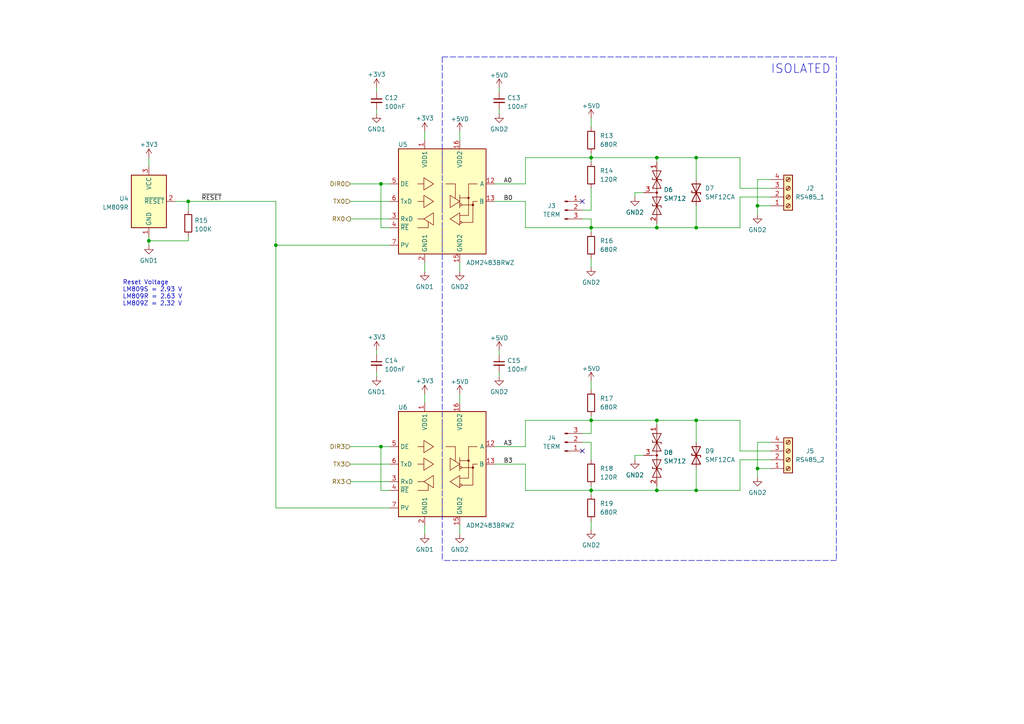
<source format=kicad_sch>
(kicad_sch (version 20211123) (generator eeschema)
  (paper "A4")
  (title_block (title "CH344 Isolated Serial Adapter") (date "2022-10-29") (rev "1") (company "Sleepy Pony Labs"))
  (lib_symbols
    (symbol "Connector:Conn_01x03_Male" (pin_names (offset 1.016) hide)
      (property "Reference" "J" (at 0 5.08 0))
      (property "Value" "Conn_01x03_Male" (at 0 -5.08 0))
      (symbol "Conn_01x03_Male_1_1"
        (polyline (pts (xy 1.27 -2.54) (xy 0.8636 -2.54)) (stroke (width 0.1524)))
        (polyline (pts (xy 1.27 0) (xy 0.8636 0)) (stroke (width 0.1524)))
        (polyline (pts (xy 1.27 2.54) (xy 0.8636 2.54)) (stroke (width 0.1524)))
        (rectangle (start 0.8636 -2.413) (end 0 -2.667) (stroke (width 0.1524)) (fill (type outline)))
        (rectangle (start 0.8636 0.127) (end 0 -0.127) (stroke (width 0.1524)) (fill (type outline)))
        (rectangle (start 0.8636 2.667) (end 0 2.413) (stroke (width 0.1524)) (fill (type outline)))
        (pin passive line (at 5.08 2.54 180) (length 3.81) (name "Pin_1") (number "1"))
        (pin passive line (at 5.08 0 180) (length 3.81) (name "Pin_2") (number "2"))
        (pin passive line (at 5.08 -2.54 180) (length 3.81) (name "Pin_3") (number "3"))
      )
    )
    (symbol "Connector:Screw_Terminal_01x04" (pin_names (offset 1.016) hide)
      (property "Reference" "J" (at 0 5.08 0))
      (property "Value" "Screw_Terminal_01x04" (at 0 -7.62 0))
      (symbol "Screw_Terminal_01x04_1_1"
        (rectangle (start -1.27 3.81) (end 1.27 -6.35) (stroke (width 0.254)) (fill (type background)))
        (circle (center 0 -5.08) (radius 0.635) (stroke (width 0.1524)))
        (circle (center 0 -2.54) (radius 0.635) (stroke (width 0.1524)))
        (polyline (pts (xy -0.5334 -4.7498) (xy 0.3302 -5.588)) (stroke (width 0.1524)))
        (polyline (pts (xy -0.5334 -2.2098) (xy 0.3302 -3.048)) (stroke (width 0.1524)))
        (polyline (pts (xy -0.5334 0.3302) (xy 0.3302 -0.508)) (stroke (width 0.1524)))
        (polyline (pts (xy -0.5334 2.8702) (xy 0.3302 2.032)) (stroke (width 0.1524)))
        (polyline (pts (xy -0.3556 -4.572) (xy 0.508 -5.4102)) (stroke (width 0.1524)))
        (polyline (pts (xy -0.3556 -2.032) (xy 0.508 -2.8702)) (stroke (width 0.1524)))
        (polyline (pts (xy -0.3556 0.508) (xy 0.508 -0.3302)) (stroke (width 0.1524)))
        (polyline (pts (xy -0.3556 3.048) (xy 0.508 2.2098)) (stroke (width 0.1524)))
        (circle (center 0 0) (radius 0.635) (stroke (width 0.1524)))
        (circle (center 0 2.54) (radius 0.635) (stroke (width 0.1524)))
        (pin passive line (at -5.08 2.54 0) (length 3.81) (name "Pin_1") (number "1"))
        (pin passive line (at -5.08 0 0) (length 3.81) (name "Pin_2") (number "2"))
        (pin passive line (at -5.08 -2.54 0) (length 3.81) (name "Pin_3") (number "3"))
        (pin passive line (at -5.08 -5.08 0) (length 3.81) (name "Pin_4") (number "4"))
      )
    )
    (symbol "Device:C_Small" (pin_numbers hide) (pin_names (offset 0.254) hide)
      (property "Reference" "C" (at 0.254 1.778 0))
      (property "Value" "C_Small" (at 0.254 -2.032 0))
      (symbol "C_Small_0_1"
        (polyline (pts (xy -1.524 -0.508) (xy 1.524 -0.508)) (stroke (width 0.3302)))
        (polyline (pts (xy -1.524 0.508) (xy 1.524 0.508)) (stroke (width 0.3048)))
      )
      (symbol "C_Small_1_1"
        (pin passive line (at 0 2.54 270) (length 2.032) (name "~") (number "1"))
        (pin passive line (at 0 -2.54 90) (length 2.032) (name "~") (number "2"))
      )
    )
    (symbol "Device:D_TVS" (pin_numbers hide) (pin_names (offset 1.016) hide)
      (property "Reference" "D" (at 0 2.54 0))
      (property "Value" "D_TVS" (at 0 -2.54 0))
      (symbol "D_TVS_0_1"
        (polyline (pts (xy 1.27 0) (xy -1.27 0)))
        (polyline (pts (xy 0.508 1.27) (xy 0 1.27) (xy 0 -1.27) (xy -0.508 -1.27)) (stroke (width 0.254)))
        (polyline (pts (xy -2.54 1.27) (xy -2.54 -1.27) (xy 2.54 1.27) (xy 2.54 -1.27) (xy -2.54 1.27)) (stroke (width 0.254)))
      )
      (symbol "D_TVS_1_1"
        (pin passive line (at -3.81 0 0) (length 2.54) (name "A1") (number "1"))
        (pin passive line (at 3.81 0 180) (length 2.54) (name "A2") (number "2"))
      )
    )
    (symbol "Device:R" (pin_numbers hide) (pin_names (offset 0))
      (property "Reference" "R" (at 2.032 0 90))
      (property "Value" "R" (at 0 0 90))
      (symbol "R_0_1"
        (rectangle (start -1.016 -2.54) (end 1.016 2.54) (stroke (width 0.254)))
      )
      (symbol "R_1_1"
        (pin passive line (at 0 3.81 270) (length 1.27) (name "~") (number "1"))
        (pin passive line (at 0 -3.81 90) (length 1.27) (name "~") (number "2"))
      )
    )
    (symbol "Diode:SM712_SOT23" (pin_names (offset 1.016) hide)
      (property "Reference" "D" (at 0 4.445 0))
      (property "Value" "SM712_SOT23" (at 0 2.54 0))
      (symbol "SM712_SOT23_0_0"
        (polyline (pts (xy 0 -1.27) (xy 0 0)))
      )
      (symbol "SM712_SOT23_0_1"
        (polyline (pts (xy -6.35 0) (xy 6.35 0)))
        (polyline (pts (xy -3.302 1.27) (xy -3.81 1.27) (xy -3.81 -1.27) (xy -4.318 -1.27)) (stroke (width 0.2032)))
        (polyline (pts (xy 4.318 1.27) (xy 3.81 1.27) (xy 3.81 -1.27) (xy 3.302 -1.27)) (stroke (width 0.2032)))
        (polyline (pts (xy -6.35 -1.27) (xy -1.27 1.27) (xy -1.27 -1.27) (xy -6.35 1.27) (xy -6.35 -1.27)) (stroke (width 0.2032)))
        (polyline (pts (xy 1.27 -1.27) (xy 1.27 1.27) (xy 6.35 -1.27) (xy 6.35 1.27) (xy 1.27 -1.27)) (stroke (width 0.2032)))
        (circle (center 0 0) (radius 0.254) (fill (type outline)))
      )
      (symbol "SM712_SOT23_1_1"
        (pin passive line (at -8.89 0 0) (length 2.54) (name "A1") (number "1"))
        (pin passive line (at 8.89 0 180) (length 2.54) (name "A2") (number "2"))
        (pin input line (at 0 -3.81 90) (length 2.54) (name "common") (number "3"))
      )
    )
    (symbol "Interface_UART:ADM2483xRW"
      (property "Reference" "U" (at -12.7 16.51 0))
      (property "Value" "ADM2483xRW" (at 6.35 16.51 0))
      (symbol "ADM2483xRW_0_0"
        (polyline (pts (xy 0 -13.589) (xy 0 -14.859)))
        (polyline (pts (xy 0 -11.684) (xy 0 -12.954)))
        (polyline (pts (xy 0 -9.779) (xy 0 -11.049)))
        (polyline (pts (xy 0 -7.874) (xy 0 -9.144)))
        (polyline (pts (xy 0 -5.969) (xy 0 -7.239)))
        (polyline (pts (xy 0 -4.064) (xy 0 -5.334)))
        (polyline (pts (xy 0 -2.159) (xy 0 -3.429)))
        (polyline (pts (xy 0 -0.254) (xy 0 -1.524)))
        (polyline (pts (xy 0 1.651) (xy 0 0.381)))
        (polyline (pts (xy 0 3.556) (xy 0 2.286)))
        (polyline (pts (xy 0 5.461) (xy 0 4.191)))
        (polyline (pts (xy 0 7.366) (xy 0 6.096)))
        (polyline (pts (xy 0 9.271) (xy 0 8.001)))
        (polyline (pts (xy 0 11.176) (xy 0 9.906)))
        (polyline (pts (xy 0 13.081) (xy 0 11.811)))
        (polyline (pts (xy 0 14.986) (xy 0 13.716)))
      )
      (symbol "ADM2483xRW_0_1"
        (rectangle (start -12.7 15.24) (end 12.7 -15.24) (stroke (width 0.254)) (fill (type background)))
        (polyline (pts (xy -5.334 -5.08) (xy -7.112 -5.08)))
        (polyline (pts (xy -5.334 0) (xy -7.112 0)))
        (polyline (pts (xy -5.334 5.08) (xy -7.112 5.08)))
        (polyline (pts (xy 5.08 1.016) (xy 7.62 1.016)))
        (polyline (pts (xy 5.08 1.905) (xy 5.08 -1.905)))
        (polyline (pts (xy 5.715 -1.016) (xy 8.89 -1.016)))
        (polyline (pts (xy -7.112 -7.62) (xy -4.064 -7.62) (xy -4.064 -5.969)))
        (polyline (pts (xy 1.016 5.08) (xy 3.81 5.08) (xy 3.81 0.889)))
        (polyline (pts (xy -5.334 -5.08) (xy -2.54 -3.302) (xy -2.54 -6.858) (xy -5.334 -5.08)))
        (polyline (pts (xy -2.54 0) (xy -5.334 1.778) (xy -5.334 -1.778) (xy -2.54 0)))
        (polyline (pts (xy -2.54 5.08) (xy -5.334 6.858) (xy -5.334 3.302) (xy -2.54 5.08)))
        (polyline (pts (xy 2.286 -5.08) (xy 5.08 -3.302) (xy 5.08 -6.858) (xy 2.286 -5.08)))
        (polyline (pts (xy 5.08 -4.064) (xy 7.62 -4.064) (xy 7.62 5.08) (xy 10.16 5.08)))
        (polyline (pts (xy 5.08 0) (xy 2.286 1.778) (xy 2.286 -1.778) (xy 5.08 0)))
        (polyline (pts (xy 5.715 -6.096) (xy 8.89 -6.096) (xy 8.89 0) (xy 10.16 0)))
        (circle (center 5.3848 -6.0706) (radius 0.3048))
        (circle (center 5.3848 -0.9906) (radius 0.3048))
        (circle (center 7.62 1.016) (radius 0.254) (fill (type outline)))
        (circle (center 8.89 -1.016) (radius 0.254) (fill (type outline)))
      )
      (symbol "ADM2483xRW_1_1"
        (pin power_in line (at -5.08 17.78 270) (length 2.54) (name "VDD1") (number "1"))
        (pin no_connect line (at 7.62 -15.24 90) (length 2.54) hide (name "NC") (number "10"))
        (pin no_connect line (at 12.7 -7.62 180) (length 2.54) hide (name "NC") (number "11"))
        (pin bidirectional line (at 15.24 5.08 180) (length 2.54) (name "A") (number "12"))
        (pin bidirectional line (at 15.24 0 180) (length 2.54) (name "B") (number "13"))
        (pin no_connect line (at 12.7 7.62 180) (length 2.54) hide (name "NC") (number "14"))
        (pin power_in line (at 5.08 -17.78 90) (length 2.54) (name "GND2") (number "15"))
        (pin power_in line (at 5.08 17.78 270) (length 2.54) (name "VDD2") (number "16"))
        (pin power_in line (at -5.08 -17.78 90) (length 2.54) (name "GND1") (number "2"))
        (pin output line (at -15.24 -5.08 0) (length 2.54) (name "RxD") (number "3"))
        (pin input line (at -15.24 -7.62 0) (length 2.54) (name "~{RE}") (number "4"))
        (pin input line (at -15.24 5.08 0) (length 2.54) (name "DE") (number "5"))
        (pin input line (at -15.24 0 0) (length 2.54) (name "TxD") (number "6"))
        (pin input line (at -15.24 -12.7 0) (length 2.54) (name "PV") (number "7"))
        (pin passive line (at -5.08 -17.78 90) (length 2.54) hide (name "GND1") (number "8"))
        (pin passive line (at 5.08 -17.78 90) (length 2.54) hide (name "GND2") (number "9"))
      )
    )
    (symbol "Power_Supervisor:LM809"
      (property "Reference" "U" (at 2.54 12.7 0))
      (property "Value" "LM809" (at 5.08 10.16 0))
      (symbol "LM809_0_1"
        (rectangle (start 5.08 7.62) (end -5.08 -7.62) (stroke (width 0.254)) (fill (type background)))
      )
      (symbol "LM809_1_1"
        (pin power_in line (at 0 -10.16 90) (length 2.54) (name "GND") (number "1"))
        (pin output line (at 7.62 0 180) (length 2.54) (name "~{RESET}") (number "2"))
        (pin power_in line (at 0 10.16 270) (length 2.54) (name "VCC") (number "3"))
      )
    )
    (symbol "power:+3V3" (power) (pin_names (offset 0))
      (property "Value" "+3V3" (at 0 3.556 0))
      (symbol "+3V3_0_1"
        (polyline (pts (xy -0.762 1.27) (xy 0 2.54)))
        (polyline (pts (xy 0 0) (xy 0 2.54)))
        (polyline (pts (xy 0 2.54) (xy 0.762 1.27)))
      )
      (symbol "+3V3_1_1"
        (pin power_in line (at 0 0 90) (length 0) hide (name "+3V3") (number "1"))
      )
    )
    (symbol "power:+5VD" (power) (pin_names (offset 0))
      (property "Value" "+5VD" (at 0 3.556 0))
      (symbol "+5VD_0_1"
        (polyline (pts (xy -0.762 1.27) (xy 0 2.54)))
        (polyline (pts (xy 0 0) (xy 0 2.54)))
        (polyline (pts (xy 0 2.54) (xy 0.762 1.27)))
      )
      (symbol "+5VD_1_1"
        (pin power_in line (at 0 0 90) (length 0) hide (name "+5VD") (number "1"))
      )
    )
    (symbol "power:GND1" (power) (pin_names (offset 0))
      (property "Value" "GND1" (at 0 -3.81 0))
      (symbol "GND1_0_1"
        (polyline (pts (xy 0 0) (xy 0 -1.27) (xy 1.27 -1.27) (xy 0 -2.54) (xy -1.27 -1.27) (xy 0 -1.27)))
      )
      (symbol "GND1_1_1"
        (pin power_in line (at 0 0 270) (length 0) hide (name "GND1") (number "1"))
      )
    )
    (symbol "power:GND2" (power) (pin_names (offset 0))
      (property "Value" "GND2" (at 0 -3.81 0))
      (symbol "GND2_0_1"
        (polyline (pts (xy 0 0) (xy 0 -1.27) (xy 1.27 -1.27) (xy 0 -2.54) (xy -1.27 -1.27) (xy 0 -1.27)))
      )
      (symbol "GND2_1_1"
        (pin power_in line (at 0 0 270) (length 0) hide (name "GND2") (number "1"))
      )
    )
  )
  (junction (at 201.93 121.92))
  (junction (at 201.93 142.24))
  (junction (at 110.49 53.34))
  (junction (at 171.45 121.92))
  (junction (at 190.5 121.92))
  (junction (at 43.18 69.85))
  (junction (at 171.45 45.72))
  (junction (at 110.49 129.54))
  (junction (at 219.71 135.89))
  (junction (at 201.93 66.04))
  (junction (at 201.93 45.72))
  (junction (at 190.5 45.72))
  (junction (at 190.5 142.24))
  (junction (at 219.71 59.69))
  (junction (at 190.5 66.04))
  (junction (at 80.01 71.12))
  (junction (at 54.61 58.42))
  (junction (at 171.45 66.04))
  (junction (at 171.45 142.24))
  (no_connect (at 168.91 130.81))
  (no_connect (at 168.91 58.42))
  (wire (pts (xy 171.45 60.96) (xy 171.45 54.61)))
  (wire (pts (xy 201.93 142.24) (xy 201.93 135.89)))
  (wire (pts (xy 144.78 31.75) (xy 144.78 33.02)))
  (wire (pts (xy 201.93 121.92) (xy 201.93 128.27)))
  (wire (pts (xy 152.4 142.24) (xy 171.45 142.24)))
  (wire (pts (xy 214.63 45.72) (xy 214.63 54.61)))
  (wire (pts (xy 171.45 63.5) (xy 171.45 66.04)))
  (wire (pts (xy 152.4 121.92) (xy 152.4 129.54)))
  (wire (pts (xy 43.18 69.85) (xy 43.18 71.12)))
  (wire (pts (xy 80.01 58.42) (xy 80.01 71.12)))
  (wire (pts (xy 168.91 128.27) (xy 171.45 128.27)))
  (wire (pts (xy 214.63 121.92) (xy 214.63 130.81)))
  (wire (pts (xy 201.93 66.04) (xy 201.93 59.69)))
  (wire (pts (xy 190.5 45.72) (xy 190.5 46.99)))
  (wire (pts (xy 109.22 25.4) (xy 109.22 26.67)))
  (wire (pts (xy 201.93 66.04) (xy 214.63 66.04)))
  (wire (pts (xy 101.6 139.7) (xy 113.03 139.7)))
  (wire (pts (xy 50.8 58.42) (xy 54.61 58.42)))
  (wire (pts (xy 171.45 125.73) (xy 171.45 121.92)))
  (wire (pts (xy 123.19 38.1) (xy 123.19 40.64)))
  (wire (pts (xy 80.01 71.12) (xy 80.01 147.32)))
  (wire (pts (xy 219.71 52.07) (xy 223.52 52.07)))
  (wire (pts (xy 171.45 74.93) (xy 171.45 77.47)))
  (wire (pts (xy 201.93 121.92) (xy 214.63 121.92)))
  (wire (pts (xy 190.5 142.24) (xy 201.93 142.24)))
  (wire (pts (xy 43.18 68.58) (xy 43.18 69.85)))
  (wire (pts (xy 171.45 142.24) (xy 190.5 142.24)))
  (wire (pts (xy 43.18 69.85) (xy 54.61 69.85)))
  (wire (pts (xy 109.22 31.75) (xy 109.22 33.02)))
  (wire (pts (xy 171.45 66.04) (xy 190.5 66.04)))
  (wire (pts (xy 223.52 59.69) (xy 219.71 59.69)))
  (wire (pts (xy 201.93 142.24) (xy 214.63 142.24)))
  (wire (pts (xy 219.71 135.89) (xy 219.71 138.43)))
  (wire (pts (xy 143.51 134.62) (xy 152.4 134.62)))
  (wire (pts (xy 123.19 76.2) (xy 123.19 78.74)))
  (wire (pts (xy 143.51 58.42) (xy 152.4 58.42)))
  (wire (pts (xy 184.15 55.88) (xy 184.15 57.15)))
  (wire (pts (xy 109.22 101.6) (xy 109.22 102.87)))
  (wire (pts (xy 214.63 54.61) (xy 223.52 54.61)))
  (wire (pts (xy 171.45 140.97) (xy 171.45 142.24)))
  (wire (pts (xy 143.51 53.34) (xy 152.4 53.34)))
  (wire (pts (xy 219.71 52.07) (xy 219.71 59.69)))
  (wire (pts (xy 113.03 129.54) (xy 110.49 129.54)))
  (wire (pts (xy 110.49 142.24) (xy 113.03 142.24)))
  (wire (pts (xy 80.01 71.12) (xy 113.03 71.12)))
  (wire (pts (xy 219.71 128.27) (xy 219.71 135.89)))
  (wire (pts (xy 143.51 129.54) (xy 152.4 129.54)))
  (wire (pts (xy 171.45 110.49) (xy 171.45 113.03)))
  (wire (pts (xy 152.4 121.92) (xy 171.45 121.92)))
  (wire (pts (xy 190.5 66.04) (xy 201.93 66.04)))
  (wire (pts (xy 171.45 66.04) (xy 171.45 67.31)))
  (wire (pts (xy 101.6 63.5) (xy 113.03 63.5)))
  (wire (pts (xy 171.45 151.13) (xy 171.45 153.67)))
  (wire (pts (xy 101.6 134.62) (xy 113.03 134.62)))
  (wire (pts (xy 201.93 45.72) (xy 201.93 52.07)))
  (polyline (pts (xy 128.27 16.51) (xy 128.27 162.56)))
  (wire (pts (xy 190.5 142.24) (xy 190.5 140.97)))
  (wire (pts (xy 80.01 147.32) (xy 113.03 147.32)))
  (wire (pts (xy 110.49 129.54) (xy 110.49 142.24)))
  (polyline (pts (xy 242.57 162.56) (xy 128.27 162.56)))
  (wire (pts (xy 110.49 66.04) (xy 113.03 66.04)))
  (wire (pts (xy 101.6 129.54) (xy 110.49 129.54)))
  (wire (pts (xy 152.4 58.42) (xy 152.4 66.04)))
  (wire (pts (xy 171.45 121.92) (xy 190.5 121.92)))
  (wire (pts (xy 110.49 53.34) (xy 110.49 66.04)))
  (wire (pts (xy 144.78 25.4) (xy 144.78 26.67)))
  (polyline (pts (xy 242.57 16.51) (xy 242.57 162.56)))
  (wire (pts (xy 214.63 133.35) (xy 223.52 133.35)))
  (wire (pts (xy 144.78 101.6) (xy 144.78 102.87)))
  (wire (pts (xy 133.35 152.4) (xy 133.35 154.94)))
  (wire (pts (xy 171.45 45.72) (xy 190.5 45.72)))
  (wire (pts (xy 171.45 120.65) (xy 171.45 121.92)))
  (wire (pts (xy 133.35 38.1) (xy 133.35 40.64)))
  (wire (pts (xy 168.91 125.73) (xy 171.45 125.73)))
  (wire (pts (xy 152.4 45.72) (xy 152.4 53.34)))
  (wire (pts (xy 190.5 66.04) (xy 190.5 64.77)))
  (wire (pts (xy 113.03 53.34) (xy 110.49 53.34)))
  (wire (pts (xy 214.63 66.04) (xy 214.63 57.15)))
  (wire (pts (xy 123.19 114.3) (xy 123.19 116.84)))
  (wire (pts (xy 101.6 58.42) (xy 113.03 58.42)))
  (wire (pts (xy 168.91 60.96) (xy 171.45 60.96)))
  (wire (pts (xy 190.5 45.72) (xy 201.93 45.72)))
  (wire (pts (xy 133.35 114.3) (xy 133.35 116.84)))
  (wire (pts (xy 171.45 34.29) (xy 171.45 36.83)))
  (wire (pts (xy 171.45 45.72) (xy 171.45 46.99)))
  (wire (pts (xy 168.91 63.5) (xy 171.45 63.5)))
  (wire (pts (xy 171.45 44.45) (xy 171.45 45.72)))
  (wire (pts (xy 186.69 132.08) (xy 184.15 132.08)))
  (wire (pts (xy 201.93 45.72) (xy 214.63 45.72)))
  (wire (pts (xy 184.15 132.08) (xy 184.15 133.35)))
  (wire (pts (xy 171.45 128.27) (xy 171.45 133.35)))
  (wire (pts (xy 152.4 134.62) (xy 152.4 142.24)))
  (wire (pts (xy 144.78 107.95) (xy 144.78 109.22)))
  (wire (pts (xy 101.6 53.34) (xy 110.49 53.34)))
  (wire (pts (xy 190.5 121.92) (xy 190.5 123.19)))
  (wire (pts (xy 214.63 57.15) (xy 223.52 57.15)))
  (wire (pts (xy 133.35 76.2) (xy 133.35 78.74)))
  (polyline (pts (xy 128.27 16.51) (xy 242.57 16.51)))
  (wire (pts (xy 190.5 121.92) (xy 201.93 121.92)))
  (wire (pts (xy 54.61 58.42) (xy 80.01 58.42)))
  (wire (pts (xy 214.63 142.24) (xy 214.63 133.35)))
  (wire (pts (xy 54.61 69.85) (xy 54.61 68.58)))
  (wire (pts (xy 54.61 58.42) (xy 54.61 60.96)))
  (wire (pts (xy 152.4 45.72) (xy 171.45 45.72)))
  (wire (pts (xy 109.22 107.95) (xy 109.22 109.22)))
  (wire (pts (xy 223.52 135.89) (xy 219.71 135.89)))
  (wire (pts (xy 152.4 66.04) (xy 171.45 66.04)))
  (wire (pts (xy 219.71 59.69) (xy 219.71 62.23)))
  (wire (pts (xy 219.71 128.27) (xy 223.52 128.27)))
  (wire (pts (xy 123.19 152.4) (xy 123.19 154.94)))
  (wire (pts (xy 171.45 142.24) (xy 171.45 143.51)))
  (wire (pts (xy 186.69 55.88) (xy 184.15 55.88)))
  (wire (pts (xy 43.18 45.72) (xy 43.18 48.26)))
  (wire (pts (xy 214.63 130.81) (xy 223.52 130.81)))
  (text "ISOLATED" (at 223.52 21.59 0) (effects (font (size 2.54 2.54)) (justify left bottom)))
  (text "Reset Voltage\nLM809S = 2.93 V\nLM809R = 2.63 V\nLM809Z = 2.32 V" (at 35.56 88.9 0) (effects (font (size 1.27 1.27)) (justify left bottom)))
  (label "~{RESET}" (at 58.42 58.42 0))
  (label "B0" (at 146.05 58.42 0))
  (label "A3" (at 146.05 129.54 0))
  (label "B3" (at 146.05 134.62 0))
  (label "A0" (at 146.05 53.34 0))
  (hierarchical_label "RX0" (shape output) (at 101.6 63.5 180))
  (hierarchical_label "DIR0" (shape input) (at 101.6 53.34 180))
  (hierarchical_label "TX3" (shape input) (at 101.6 134.62 180))
  (hierarchical_label "RX3" (shape output) (at 101.6 139.7 180))
  (hierarchical_label "TX0" (shape input) (at 101.6 58.42 180))
  (hierarchical_label "DIR3" (shape input) (at 101.6 129.54 180))
  (symbol (lib_id "power:GND2") (at 184.15 133.35 0) (unit 1)
    (property "Reference" "#PWR062" (effects hide))
    (property "Value" "GND2" (at 184.15 137.7934 0))
  )
  (symbol (lib_id "Device:R") (at 171.45 50.8 0) (unit 1)
    (property "Reference" "R14" (at 173.99 49.5299 0) (effects (justify left)))
    (property "Value" "120R" (at 173.99 52.0699 0) (effects (justify left)))
    (property "Footprint" "Resistor_SMD:R_0603_1608Metric" (effects hide))
  )
  (symbol (lib_id "Device:D_TVS") (at 201.93 55.88 90) (unit 1)
    (property "Reference" "D7" (at 204.47 54.6099 90) (effects (justify right)))
    (property "Value" "SMF12CA" (at 204.47 57.1499 90) (effects (justify right)))
    (property "Footprint" "Diode_SMD:D_SOD-123F" (effects hide))
  )
  (symbol (lib_id "Device:R") (at 54.61 64.77 0) (unit 1)
    (property "Reference" "R15" (at 56.388 63.9353 0) (effects (justify left)))
    (property "Value" "100K" (at 56.388 66.4722 0) (effects (justify left)))
    (property "Footprint" "Resistor_SMD:R_0603_1608Metric" (effects hide))
  )
  (symbol (lib_id "Connector:Conn_01x03_Male") (at 163.83 128.27 0) (mirror x) (unit 1)
    (property "Reference" "J4" (at 160.02 127 0))
    (property "Value" "TERM" (at 160.02 129.54 0))
    (property "Footprint" "Connector_PinHeader_2.54mm:PinHeader_1x03_P2.54mm_Vertical" (effects hide))
  )
  (symbol (lib_id "Device:R") (at 171.45 71.12 0) (unit 1)
    (property "Reference" "R16" (at 173.99 69.8499 0) (effects (justify left)))
    (property "Value" "680R" (at 173.99 72.3899 0) (effects (justify left)))
    (property "Footprint" "Resistor_SMD:R_0603_1608Metric" (effects hide))
  )
  (symbol (lib_id "Device:C_Small") (at 109.22 29.21 0) (unit 1)
    (property "Reference" "C12" (at 111.5441 28.3816 0) (effects (justify left)))
    (property "Value" "100nF" (at 111.5441 30.9185 0) (effects (justify left)))
    (property "Footprint" "Capacitor_SMD:C_0603_1608Metric" (effects hide))
  )
  (symbol (lib_id "Interface_UART:ADM2483xRW") (at 128.27 58.42 0) (unit 1)
    (property "Reference" "U5" (at 116.84 41.91 0))
    (property "Value" "ADM2483BRWZ" (at 142.24 76.2 0))
    (property "Footprint" "Package_SO:SOIC-16W_7.5x10.3mm_P1.27mm" (effects hide))
    (property "Datasheet" "https://www.analog.com/media/en/technical-documentation/data-sheets/adm2483.pdf" (effects hide))
  )
  (symbol (lib_id "power:GND2") (at 219.71 62.23 0) (unit 1)
    (property "Reference" "#PWR050" (effects hide))
    (property "Value" "GND2" (at 219.71 66.6734 0))
  )
  (symbol (lib_id "Diode:SM712_SOT23") (at 190.5 132.08 270) (unit 1)
    (property "Reference" "D8" (at 192.5066 131.2453 90) (effects (justify left)))
    (property "Value" "SM712" (at 192.5066 133.7822 90) (effects (justify left)))
    (property "Footprint" "Package_TO_SOT_SMD:SOT-23" (effects hide))
    (property "Datasheet" "https://www.littelfuse.com/~/media/electronics/datasheets/tvs_diode_arrays/littelfuse_tvs_diode_array_sm712_datasheet.pdf.pdf" (effects hide))
  )
  (symbol (lib_id "power:+3V3") (at 109.22 101.6 0) (unit 1)
    (property "Reference" "#PWR055" (effects hide))
    (property "Value" "+3V3" (at 109.22 97.79 0))
  )
  (symbol (lib_id "Device:D_TVS") (at 201.93 132.08 90) (unit 1)
    (property "Reference" "D9" (at 204.47 130.8099 90) (effects (justify right)))
    (property "Value" "SMF12CA" (at 204.47 133.3499 90) (effects (justify right)))
    (property "Footprint" "Diode_SMD:D_SOD-123F" (effects hide))
  )
  (symbol (lib_id "power:GND2") (at 184.15 57.15 0) (unit 1)
    (property "Reference" "#PWR049" (effects hide))
    (property "Value" "GND2" (at 184.15 61.5934 0))
  )
  (symbol (lib_id "Device:R") (at 171.45 116.84 0) (unit 1)
    (property "Reference" "R17" (at 173.99 115.5699 0) (effects (justify left)))
    (property "Value" "680R" (at 173.99 118.1099 0) (effects (justify left)))
    (property "Footprint" "Resistor_SMD:R_0603_1608Metric" (effects hide))
  )
  (symbol (lib_id "power:GND1") (at 43.18 71.12 0) (unit 1)
    (property "Reference" "#PWR051" (effects hide))
    (property "Value" "GND1" (at 43.18 75.5634 0))
  )
  (symbol (lib_id "power:+5VD") (at 171.45 34.29 0) (unit 1)
    (property "Reference" "#PWR045" (effects hide))
    (property "Value" "+5VD" (at 171.45 30.7142 0))
  )
  (symbol (lib_id "Device:R") (at 171.45 137.16 0) (unit 1)
    (property "Reference" "R18" (at 173.99 135.8899 0) (effects (justify left)))
    (property "Value" "120R" (at 173.99 138.4299 0) (effects (justify left)))
    (property "Footprint" "Resistor_SMD:R_0603_1608Metric" (effects hide))
  )
  (symbol (lib_id "power:GND2") (at 219.71 138.43 0) (unit 1)
    (property "Reference" "#PWR063" (effects hide))
    (property "Value" "GND2" (at 219.71 142.8734 0))
  )
  (symbol (lib_id "power:GND2") (at 171.45 153.67 0) (unit 1)
    (property "Reference" "#PWR064" (effects hide))
    (property "Value" "GND2" (at 171.45 158.1134 0))
  )
  (symbol (lib_id "power:GND2") (at 144.78 33.02 0) (unit 1)
    (property "Reference" "#PWR044" (effects hide))
    (property "Value" "GND2" (at 144.78 37.4634 0))
  )
  (symbol (lib_id "power:GND2") (at 133.35 154.94 0) (unit 1)
    (property "Reference" "#PWR066" (effects hide))
    (property "Value" "GND2" (at 133.35 159.3834 0))
  )
  (symbol (lib_id "Power_Supervisor:LM809") (at 43.18 58.42 0) (unit 1)
    (property "Reference" "U4" (at 37.3381 57.5853 0) (effects (justify right)))
    (property "Value" "LM809R" (at 37.3381 60.1222 0) (effects (justify right)))
    (property "Footprint" "Package_TO_SOT_SMD:SOT-23" (effects hide))
    (property "Datasheet" "http://www.ti.com/lit/ds/symlink/lm809.pdf" (effects hide))
  )
  (symbol (lib_id "power:+5VD") (at 171.45 110.49 0) (unit 1)
    (property "Reference" "#PWR059" (effects hide))
    (property "Value" "+5VD" (at 171.45 106.9142 0))
  )
  (symbol (lib_id "Device:R") (at 171.45 40.64 0) (unit 1)
    (property "Reference" "R13" (at 173.99 39.3699 0) (effects (justify left)))
    (property "Value" "680R" (at 173.99 41.9099 0) (effects (justify left)))
    (property "Footprint" "Resistor_SMD:R_0603_1608Metric" (effects hide))
  )
  (symbol (lib_id "power:+3V3") (at 43.18 45.72 0) (unit 1)
    (property "Reference" "#PWR048" (effects hide))
    (property "Value" "+3V3" (at 43.18 41.91 0))
  )
  (symbol (lib_id "power:+5VD") (at 144.78 101.6 0) (unit 1)
    (property "Reference" "#PWR056" (effects hide))
    (property "Value" "+5VD" (at 144.78 98.0242 0))
  )
  (symbol (lib_id "Device:C_Small") (at 144.78 29.21 0) (unit 1)
    (property "Reference" "C13" (at 147.1041 28.3816 0) (effects (justify left)))
    (property "Value" "100nF" (at 147.1041 30.9185 0) (effects (justify left)))
    (property "Footprint" "Capacitor_SMD:C_0603_1608Metric" (effects hide))
  )
  (symbol (lib_id "Connector:Screw_Terminal_01x04") (at 228.6 57.15 0) (mirror x) (unit 1)
    (property "Reference" "J2" (at 234.95 54.61 0))
    (property "Value" "RS485_1" (at 234.95 57.15 0))
    (property "Footprint" "isolated_serial_adapter:TerminalBlock_Degson_1x04_P3.50mm_Horizontal" (effects hide))
  )
  (symbol (lib_id "power:+3V3") (at 123.19 114.3 0) (unit 1)
    (property "Reference" "#PWR060" (effects hide))
    (property "Value" "+3V3" (at 123.19 110.49 0))
  )
  (symbol (lib_id "power:GND1") (at 109.22 33.02 0) (unit 1)
    (property "Reference" "#PWR043" (effects hide))
    (property "Value" "GND1" (at 109.22 37.4634 0))
  )
  (symbol (lib_id "Connector:Screw_Terminal_01x04") (at 228.6 133.35 0) (mirror x) (unit 1)
    (property "Reference" "J5" (at 234.95 130.81 0))
    (property "Value" "RS485_2" (at 234.95 133.35 0))
    (property "Footprint" "isolated_serial_adapter:TerminalBlock_Degson_1x04_P3.50mm_Horizontal" (effects hide))
  )
  (symbol (lib_id "power:GND2") (at 144.78 109.22 0) (unit 1)
    (property "Reference" "#PWR058" (effects hide))
    (property "Value" "GND2" (at 144.78 113.6634 0))
  )
  (symbol (lib_id "Device:C_Small") (at 109.22 105.41 0) (unit 1)
    (property "Reference" "C14" (at 111.5441 104.5816 0) (effects (justify left)))
    (property "Value" "100nF" (at 111.5441 107.1185 0) (effects (justify left)))
    (property "Footprint" "Capacitor_SMD:C_0603_1608Metric" (effects hide))
  )
  (symbol (lib_id "power:GND2") (at 133.35 78.74 0) (unit 1)
    (property "Reference" "#PWR054" (effects hide))
    (property "Value" "GND2" (at 133.35 83.1834 0))
  )
  (symbol (lib_id "power:+3V3") (at 123.19 38.1 0) (unit 1)
    (property "Reference" "#PWR046" (effects hide))
    (property "Value" "+3V3" (at 123.19 34.29 0))
  )
  (symbol (lib_id "power:GND1") (at 109.22 109.22 0) (unit 1)
    (property "Reference" "#PWR057" (effects hide))
    (property "Value" "GND1" (at 109.22 113.6634 0))
  )
  (symbol (lib_id "Interface_UART:ADM2483xRW") (at 128.27 134.62 0) (unit 1)
    (property "Reference" "U6" (at 116.84 118.11 0))
    (property "Value" "ADM2483BRWZ" (at 142.24 152.4 0))
    (property "Footprint" "Package_SO:SOIC-16W_7.5x10.3mm_P1.27mm" (effects hide))
    (property "Datasheet" "https://www.analog.com/media/en/technical-documentation/data-sheets/adm2483.pdf" (effects hide))
  )
  (symbol (lib_id "Device:R") (at 171.45 147.32 0) (unit 1)
    (property "Reference" "R19" (at 173.99 146.0499 0) (effects (justify left)))
    (property "Value" "680R" (at 173.99 148.5899 0) (effects (justify left)))
    (property "Footprint" "Resistor_SMD:R_0603_1608Metric" (effects hide))
  )
  (symbol (lib_id "Connector:Conn_01x03_Male") (at 163.83 60.96 0) (unit 1)
    (property "Reference" "J3" (at 160.02 59.69 0))
    (property "Value" "TERM" (at 160.02 62.23 0))
    (property "Footprint" "Connector_PinHeader_2.54mm:PinHeader_1x03_P2.54mm_Vertical" (effects hide))
  )
  (symbol (lib_id "power:GND1") (at 123.19 154.94 0) (unit 1)
    (property "Reference" "#PWR065" (effects hide))
    (property "Value" "GND1" (at 123.19 159.3834 0))
  )
  (symbol (lib_id "power:+5VD") (at 133.35 114.3 0) (unit 1)
    (property "Reference" "#PWR061" (effects hide))
    (property "Value" "+5VD" (at 133.35 110.7242 0))
  )
  (symbol (lib_id "power:+5VD") (at 144.78 25.4 0) (unit 1)
    (property "Reference" "#PWR042" (effects hide))
    (property "Value" "+5VD" (at 144.78 21.8242 0))
  )
  (symbol (lib_id "power:+3V3") (at 109.22 25.4 0) (unit 1)
    (property "Reference" "#PWR041" (effects hide))
    (property "Value" "+3V3" (at 109.22 21.59 0))
  )
  (symbol (lib_id "power:GND2") (at 171.45 77.47 0) (unit 1)
    (property "Reference" "#PWR052" (effects hide))
    (property "Value" "GND2" (at 171.45 81.9134 0))
  )
  (symbol (lib_id "Device:C_Small") (at 144.78 105.41 0) (unit 1)
    (property "Reference" "C15" (at 147.1041 104.5816 0) (effects (justify left)))
    (property "Value" "100nF" (at 147.1041 107.1185 0) (effects (justify left)))
    (property "Footprint" "Capacitor_SMD:C_0603_1608Metric" (effects hide))
  )
  (symbol (lib_id "power:+5VD") (at 133.35 38.1 0) (unit 1)
    (property "Reference" "#PWR047" (effects hide))
    (property "Value" "+5VD" (at 133.35 34.5242 0))
  )
  (symbol (lib_id "power:GND1") (at 123.19 78.74 0) (unit 1)
    (property "Reference" "#PWR053" (effects hide))
    (property "Value" "GND1" (at 123.19 83.1834 0))
  )
  (symbol (lib_id "Diode:SM712_SOT23") (at 190.5 55.88 270) (unit 1)
    (property "Reference" "D6" (at 192.5066 55.0453 90) (effects (justify left)))
    (property "Value" "SM712" (at 192.5066 57.5822 90) (effects (justify left)))
    (property "Footprint" "Package_TO_SOT_SMD:SOT-23" (effects hide))
    (property "Datasheet" "https://www.littelfuse.com/~/media/electronics/datasheets/tvs_diode_arrays/littelfuse_tvs_diode_array_sm712_datasheet.pdf.pdf" (effects hide))
  )
)
</source>
